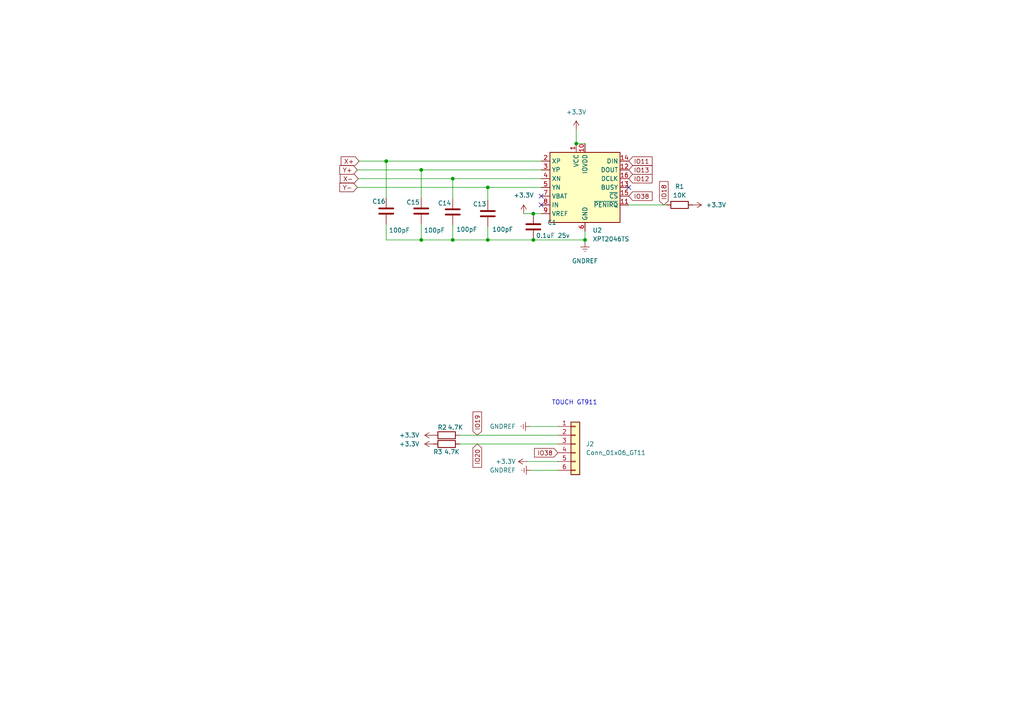
<source format=kicad_sch>
(kicad_sch (version 20230121) (generator eeschema)
  (paper "A4")
  (lib_symbols
    (symbol "Connector_Generic:Conn_01x06" (pin_names (offset 1.016) hide)
      (property "Reference" "J" (at 0 7.62 0))
      (property "Value" "Conn_01x06" (at 0 -10.16 0))
      (symbol "Conn_01x06_1_1"
        (rectangle (start -1.27 -7.493) (end 0 -7.747) (stroke (width 0.1524)))
        (rectangle (start -1.27 -4.953) (end 0 -5.207) (stroke (width 0.1524)))
        (rectangle (start -1.27 -2.413) (end 0 -2.667) (stroke (width 0.1524)))
        (rectangle (start -1.27 0.127) (end 0 -0.127) (stroke (width 0.1524)))
        (rectangle (start -1.27 2.667) (end 0 2.413) (stroke (width 0.1524)))
        (rectangle (start -1.27 5.207) (end 0 4.953) (stroke (width 0.1524)))
        (rectangle (start -1.27 6.35) (end 1.27 -8.89) (stroke (width 0.254)) (fill (type background)))
        (pin passive line (at -5.08 5.08 0) (length 3.81) (name "Pin_1") (number "1"))
        (pin passive line (at -5.08 2.54 0) (length 3.81) (name "Pin_2") (number "2"))
        (pin passive line (at -5.08 0 0) (length 3.81) (name "Pin_3") (number "3"))
        (pin passive line (at -5.08 -2.54 0) (length 3.81) (name "Pin_4") (number "4"))
        (pin passive line (at -5.08 -5.08 0) (length 3.81) (name "Pin_5") (number "5"))
        (pin passive line (at -5.08 -7.62 0) (length 3.81) (name "Pin_6") (number "6"))
      )
    )
    (symbol "Device:C" (pin_numbers hide) (pin_names (offset 0.254))
      (property "Reference" "C" (at 0.635 2.54 0))
      (property "Value" "C" (at 0.635 -2.54 0))
      (symbol "C_0_1"
        (polyline (pts (xy -2.032 -0.762) (xy 2.032 -0.762)) (stroke (width 0.508)))
        (polyline (pts (xy -2.032 0.762) (xy 2.032 0.762)) (stroke (width 0.508)))
      )
      (symbol "C_1_1"
        (pin passive line (at 0 3.81 270) (length 2.794) (name "~") (number "1"))
        (pin passive line (at 0 -3.81 90) (length 2.794) (name "~") (number "2"))
      )
    )
    (symbol "Device:R" (pin_numbers hide) (pin_names (offset 0))
      (property "Reference" "R" (at 2.032 0 90))
      (property "Value" "R" (at 0 0 90))
      (symbol "R_0_1"
        (rectangle (start -1.016 -2.54) (end 1.016 2.54) (stroke (width 0.254)))
      )
      (symbol "R_1_1"
        (pin passive line (at 0 3.81 270) (length 1.27) (name "~") (number "1"))
        (pin passive line (at 0 -3.81 90) (length 1.27) (name "~") (number "2"))
      )
    )
    (symbol "Driver_Display:XPT2046TS"
      (property "Reference" "U" (at -8.89 11.43 0))
      (property "Value" "XPT2046TS" (at 3.81 11.43 0))
      (symbol "XPT2046TS_0_1"
        (rectangle (start -10.16 10.16) (end 10.16 -10.16) (stroke (width 0.254)) (fill (type background)))
      )
      (symbol "XPT2046TS_1_1"
        (pin power_in line (at -2.54 12.7 270) (length 2.54) (name "VCC") (number "1"))
        (pin power_in line (at 0 12.7 270) (length 2.54) (name "IOVDD") (number "10"))
        (pin open_collector line (at 12.7 -5.08 180) (length 2.54) (name "~{PENIRQ}") (number "11"))
        (pin output line (at 12.7 5.08 180) (length 2.54) (name "DOUT") (number "12"))
        (pin output line (at 12.7 0 180) (length 2.54) (name "BUSY") (number "13"))
        (pin input line (at 12.7 7.62 180) (length 2.54) (name "DIN") (number "14"))
        (pin input line (at 12.7 -2.54 180) (length 2.54) (name "~{CS}") (number "15"))
        (pin input line (at 12.7 2.54 180) (length 2.54) (name "DCLK") (number "16"))
        (pin input line (at -12.7 7.62 0) (length 2.54) (name "XP") (number "2"))
        (pin input line (at -12.7 5.08 0) (length 2.54) (name "YP") (number "3"))
        (pin input line (at -12.7 2.54 0) (length 2.54) (name "XN") (number "4"))
        (pin input line (at -12.7 0 0) (length 2.54) (name "YN") (number "5"))
        (pin power_in line (at 0 -12.7 90) (length 2.54) (name "GND") (number "6"))
        (pin power_in line (at -12.7 -2.54 0) (length 2.54) (name "VBAT") (number "7"))
        (pin input line (at -12.7 -5.08 0) (length 2.54) (name "IN") (number "8"))
        (pin bidirectional line (at -12.7 -7.62 0) (length 2.54) (name "VREF") (number "9"))
      )
    )
    (symbol "power:+3.3V" (power) (pin_names (offset 0))
      (property "Value" "+3.3V" (at 0 3.556 0))
      (symbol "+3.3V_0_1"
        (polyline (pts (xy -0.762 1.27) (xy 0 2.54)))
        (polyline (pts (xy 0 0) (xy 0 2.54)))
        (polyline (pts (xy 0 2.54) (xy 0.762 1.27)))
      )
      (symbol "+3.3V_1_1"
        (pin power_in line (at 0 0 90) (length 0) hide (name "+3.3V") (number "1"))
      )
    )
    (symbol "power:GNDREF" (power) (pin_names (offset 0))
      (property "Value" "GNDREF" (at 0 -3.81 0))
      (symbol "GNDREF_0_1"
        (polyline (pts (xy -0.635 -1.905) (xy 0.635 -1.905)))
        (polyline (pts (xy -0.127 -2.54) (xy 0.127 -2.54)))
        (polyline (pts (xy 0 -1.27) (xy 0 0)))
        (polyline (pts (xy 1.27 -1.27) (xy -1.27 -1.27)))
      )
      (symbol "GNDREF_1_1"
        (pin power_in line (at 0 0 270) (length 0) hide (name "GNDREF") (number "1"))
      )
    )
  )
  (junction (at 122.174 49.276))
  (junction (at 112.014 46.736))
  (junction (at 131.318 69.596))
  (junction (at 122.174 69.596))
  (junction (at 131.318 51.816))
  (junction (at 141.478 54.356))
  (junction (at 167.132 41.656))
  (junction (at 141.478 69.596))
  (junction (at 154.686 69.596))
  (junction (at 169.672 69.596))
  (junction (at 154.686 61.976))
  (no_connect (at 156.972 56.896))
  (no_connect (at 156.972 59.436))
  (no_connect (at 182.372 54.356))
  (wire (pts (xy 153.924 136.398) (xy 161.798 136.398)))
  (wire (pts (xy 103.632 54.356) (xy 141.478 54.356)))
  (wire (pts (xy 104.14 46.736) (xy 112.014 46.736)))
  (wire (pts (xy 133.35 128.778) (xy 161.798 128.778)))
  (wire (pts (xy 169.672 67.056) (xy 169.672 69.596)))
  (wire (pts (xy 169.672 69.596) (xy 169.672 70.358)))
  (wire (pts (xy 112.014 46.736) (xy 156.972 46.736)))
  (wire (pts (xy 161.798 126.238) (xy 133.35 126.238)))
  (wire (pts (xy 169.672 41.656) (xy 167.132 41.656)))
  (wire (pts (xy 103.632 49.276) (xy 122.174 49.276)))
  (wire (pts (xy 131.318 65.278) (xy 131.318 69.596)))
  (wire (pts (xy 131.318 51.816) (xy 131.318 57.658)))
  (wire (pts (xy 141.478 69.596) (xy 154.686 69.596)))
  (wire (pts (xy 122.174 49.276) (xy 122.174 57.404)))
  (wire (pts (xy 141.478 54.356) (xy 141.478 58.166)))
  (wire (pts (xy 122.174 65.024) (xy 122.174 69.596)))
  (wire (pts (xy 151.892 61.976) (xy 154.686 61.976)))
  (wire (pts (xy 131.318 51.816) (xy 156.972 51.816)))
  (wire (pts (xy 103.886 51.816) (xy 131.318 51.816)))
  (wire (pts (xy 182.372 59.436) (xy 193.294 59.436)))
  (wire (pts (xy 152.908 133.858) (xy 161.798 133.858)))
  (wire (pts (xy 167.132 37.592) (xy 167.132 41.656)))
  (wire (pts (xy 131.318 69.596) (xy 141.478 69.596)))
  (wire (pts (xy 112.014 65.024) (xy 112.014 69.596)))
  (wire (pts (xy 153.67 123.698) (xy 161.798 123.698)))
  (wire (pts (xy 141.478 65.786) (xy 141.478 69.596)))
  (wire (pts (xy 154.686 69.596) (xy 169.672 69.596)))
  (wire (pts (xy 122.174 49.276) (xy 156.972 49.276)))
  (wire (pts (xy 141.478 54.356) (xy 156.972 54.356)))
  (wire (pts (xy 112.014 46.736) (xy 112.014 57.404)))
  (wire (pts (xy 154.686 61.976) (xy 156.972 61.976)))
  (wire (pts (xy 112.014 69.596) (xy 122.174 69.596)))
  (wire (pts (xy 122.174 69.596) (xy 131.318 69.596)))
  (text "TOUCH GT911" (at 160.02 117.602 0) (effects (font (size 1.27 1.27)) (justify left bottom)))
  (global_label "IO18" (shape input) (at 192.532 59.436 90) (property "Intersheetrefs" "${INTERSHEET_REFS}" (effects hide)))
  (global_label "IO19" (shape input) (at 138.43 126.238 90) (property "Intersheetrefs" "${INTERSHEET_REFS}" (effects hide)))
  (global_label "IO20" (shape input) (at 138.43 128.778 270) (property "Intersheetrefs" "${INTERSHEET_REFS}" (effects hide)))
  (global_label "IO13" (shape input) (at 182.372 49.276 0) (property "Intersheetrefs" "${INTERSHEET_REFS}" (effects hide)))
  (global_label "IO38" (shape input) (at 182.372 56.896 0) (property "Intersheetrefs" "${INTERSHEET_REFS}" (effects hide)))
  (global_label "X-" (shape input) (at 103.886 51.816 180) (property "Intersheetrefs" "${INTERSHEET_REFS}" (effects hide)))
  (global_label "Y-" (shape input) (at 103.632 54.356 180) (property "Intersheetrefs" "${INTERSHEET_REFS}" (effects hide)))
  (global_label "IO12" (shape input) (at 182.372 51.816 0) (property "Intersheetrefs" "${INTERSHEET_REFS}" (effects hide)))
  (global_label "Y+" (shape input) (at 103.632 49.276 180) (property "Intersheetrefs" "${INTERSHEET_REFS}" (effects hide)))
  (global_label "IO38" (shape input) (at 161.798 131.318 180) (property "Intersheetrefs" "${INTERSHEET_REFS}" (effects hide)))
  (global_label "IO11" (shape input) (at 182.372 46.736 0) (property "Intersheetrefs" "${INTERSHEET_REFS}" (effects hide)))
  (global_label "X+" (shape input) (at 104.14 46.736 180) (property "Intersheetrefs" "${INTERSHEET_REFS}" (effects hide)))
  (symbol (lib_id "Device:C") (at 154.686 65.786 0) (unit 1)
    (property "Reference" "C1" (at 158.75 64.516 0) (effects (justify left)))
    (property "Value" "0.1uF 25v" (at 155.448 68.326 0) (effects (justify left)))
    (instances (project "iotThermostatRgb" (path "" (reference "C1") (unit 1)) (path "" (reference "C16") (unit 1))))
  )
  (symbol (lib_id "power:+3.3V") (at 200.914 59.436 270) (unit 1)
    (property "Reference" "#PWR030" (effects hide))
    (property "Value" "+3.3V" (at 204.724 59.436 90) (effects (justify left)))
    (instances (project "iotThermostatRgb" (path "" (reference "#PWR030") (unit 1)) (path "" (reference "#PWR018") (unit 1))))
  )
  (symbol (lib_id "power:GNDREF") (at 153.67 123.698 270) (unit 1)
    (property "Reference" "#PWR027" (effects hide))
    (property "Value" "GNDREF" (at 149.606 123.698 90) (effects (justify right)))
  )
  (symbol (lib_id "power:+3.3V") (at 152.908 133.858 90) (unit 1)
    (property "Reference" "#PWR08" (effects hide))
    (property "Value" "+3.3V" (at 149.606 133.858 90) (effects (justify left)))
  )
  (symbol (lib_id "Device:C") (at 131.318 61.468 0) (unit 1)
    (property "Reference" "C14" (at 127 58.928 0) (effects (justify left)))
    (property "Value" "100pF" (at 132.334 66.548 0) (effects (justify left)))
  )
  (symbol (lib_id "power:GNDREF") (at 153.924 136.398 270) (unit 1)
    (property "Reference" "#PWR028" (effects hide))
    (property "Value" "GNDREF" (at 149.606 136.398 90) (effects (justify right)))
  )
  (symbol (lib_id "power:+3.3V") (at 125.73 128.778 90) (unit 1)
    (property "Reference" "#PWR07" (effects hide))
    (property "Value" "+3.3V" (at 121.666 128.778 90) (effects (justify left)))
  )
  (symbol (lib_id "Device:C") (at 141.478 61.976 0) (unit 1)
    (property "Reference" "C13" (at 137.16 59.182 0) (effects (justify left)))
    (property "Value" "100pF" (at 142.748 66.548 0) (effects (justify left)))
    (instances (project "iotThermostatRgb" (path "" (reference "C13") (unit 1)) (path "" (reference "C15") (unit 1))))
  )
  (symbol (lib_id "Driver_Display:XPT2046TS") (at 169.672 54.356 0) (unit 1)
    (property "Reference" "U2" (at 171.8661 66.802 0) (effects (justify left)))
    (property "Value" "XPT2046TS" (at 171.8661 69.342 0) (effects (justify left)))
    (property "Footprint" "Package_SO:TSSOP-16_4.4x5mm_P0.65mm" (effects hide))
    (property "Datasheet" "http://www.xptek.cn/uploadfile/download/201707171401161883.pdf" (effects hide))
  )
  (symbol (lib_id "Device:R") (at 197.104 59.436 90) (unit 1)
    (property "Reference" "R1" (at 197.104 54.102 90))
    (property "Value" "10K" (at 197.104 56.642 90))
  )
  (symbol (lib_id "Device:C") (at 122.174 61.214 0) (unit 1)
    (property "Reference" "C15" (at 117.856 58.674 0) (effects (justify left)))
    (property "Value" "100pF" (at 122.936 66.802 0) (effects (justify left)))
    (instances (project "iotThermostatRgb" (path "" (reference "C15") (unit 1)) (path "" (reference "C13") (unit 1))))
  )
  (symbol (lib_id "power:GNDREF") (at 169.672 70.358 0) (unit 1)
    (property "Reference" "#PWR02" (effects hide))
    (property "Value" "GNDREF" (at 169.672 75.692 0))
    (instances (project "iotThermostatRgb" (path "" (reference "#PWR02") (unit 1)) (path "" (reference "#PWR017") (unit 1))))
  )
  (symbol (lib_id "Connector_Generic:Conn_01x06") (at 166.878 128.778 0) (unit 1)
    (property "Reference" "J2" (at 169.926 128.778 0) (effects (justify left)))
    (property "Value" "Conn_01x06_GT11" (at 169.926 131.318 0) (effects (justify left)))
    (instances (project "iotThermostatRgb" (path "" (reference "J2") (unit 1)) (path "" (reference "J1") (unit 1)) (path "" (reference "J1") (unit 1))))
  )
  (symbol (lib_id "Device:R") (at 129.54 126.238 90) (unit 1)
    (property "Reference" "R2" (at 128.27 123.952 90))
    (property "Value" "4.7K" (at 132.08 123.952 90))
  )
  (symbol (lib_id "power:+3.3V") (at 125.73 126.238 90) (unit 1)
    (property "Reference" "#PWR05" (effects hide))
    (property "Value" "+3.3V" (at 121.666 126.238 90) (effects (justify left)))
  )
  (symbol (lib_id "power:+3.3V") (at 167.132 37.592 0) (unit 1)
    (property "Reference" "#PWR01" (effects hide))
    (property "Value" "+3.3V" (at 167.132 32.512 0))
    (instances (project "iotThermostatRgb" (path "" (reference "#PWR01") (unit 1)) (path "" (reference "#PWR02") (unit 1))))
  )
  (symbol (lib_id "Device:C") (at 112.014 61.214 0) (unit 1)
    (property "Reference" "C16" (at 107.95 58.42 0) (effects (justify left)))
    (property "Value" "100pF" (at 112.776 66.802 0) (effects (justify left)))
    (instances (project "iotThermostatRgb" (path "" (reference "C16") (unit 1)) (path "" (reference "C1") (unit 1))))
  )
  (symbol (lib_id "power:+3.3V") (at 151.892 61.976 0) (unit 1)
    (property "Reference" "#PWR029" (effects hide))
    (property "Value" "+3.3V" (at 151.892 56.642 0))
    (instances (project "iotThermostatRgb" (path "" (reference "#PWR029") (unit 1)) (path "" (reference "#PWR01") (unit 1))))
  )
  (symbol (lib_id "Device:R") (at 129.54 128.778 90) (unit 1)
    (property "Reference" "R3" (at 127 131.064 90))
    (property "Value" "4.7K" (at 131.064 131.064 90))
  )
)
</source>
